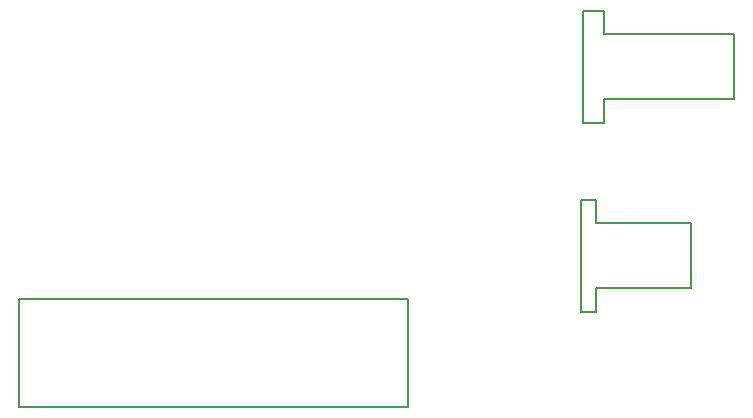
<source format=gm1>
G04*
G04 #@! TF.GenerationSoftware,Altium Limited,Altium Designer,24.10.1 (45)*
G04*
G04 Layer_Color=16711935*
%FSLAX25Y25*%
%MOIN*%
G70*
G04*
G04 #@! TF.SameCoordinates,5AC42D03-02A1-48EB-AEC6-02F924EB4CEF*
G04*
G04*
G04 #@! TF.FilePolarity,Positive*
G04*
G01*
G75*
%ADD14C,0.00787*%
D14*
X424213Y77854D02*
X429134D01*
Y69980D02*
Y77854D01*
Y69980D02*
X460630D01*
Y48327D02*
Y69980D01*
X429134Y48327D02*
X460630D01*
X429134Y40453D02*
Y48327D01*
X424213Y40453D02*
X429134D01*
X424213D02*
Y77854D01*
X236792Y44566D02*
X366319D01*
Y8739D02*
Y44566D01*
X236792Y8739D02*
X366319D01*
X236792D02*
Y44566D01*
X424803Y103347D02*
Y140748D01*
Y103347D02*
X431693D01*
Y111221D01*
X475000D01*
Y132874D01*
X431693D02*
X475000D01*
X431693D02*
Y140748D01*
X424803D02*
X431693D01*
M02*

</source>
